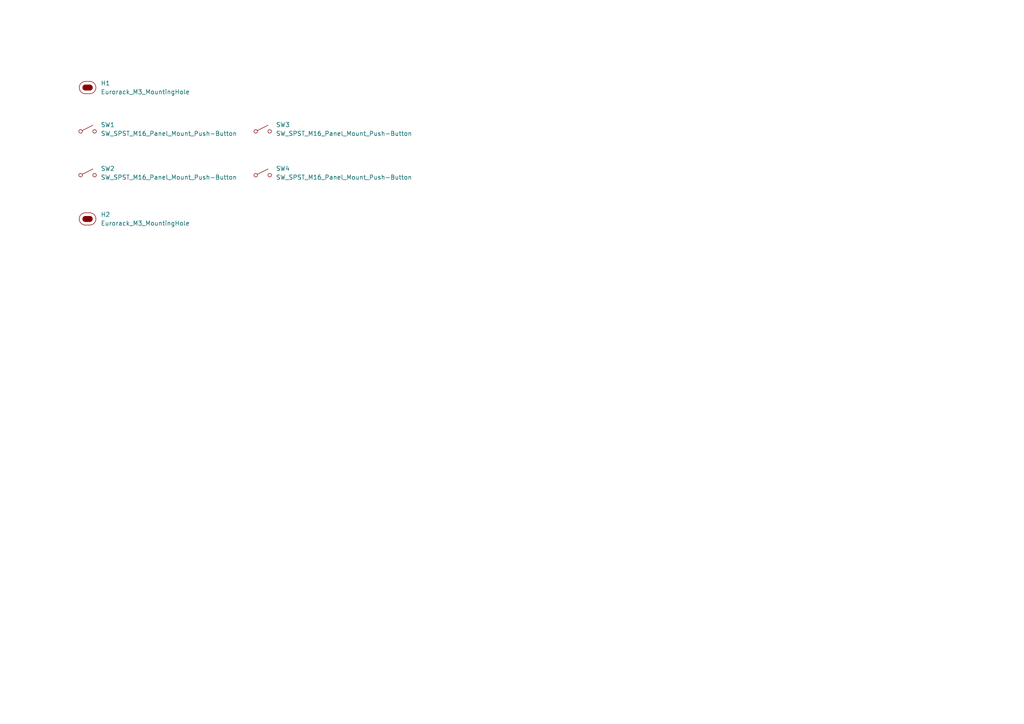
<source format=kicad_sch>
(kicad_sch (version 20250114) (generator "eeschema") (generator_version "9.0")
  (paper "A4")
  (lib_symbols
    (symbol "EXC:Eurorack_M3_MountingHole" (pin_names (offset 1.016))
      (property "Reference" "H" (at 0 5.08 0))
      (property "Value" "Eurorack_M3_MountingHole" (at 0 3.175 0))
      (symbol "Eurorack_M3_MountingHole_0_1"
        (polyline (pts (xy -0.635 0.762) (xy 0.635 0.762)))
        (circle (center -0.635 0) (radius 0.762) (fill (type outline)))
        (arc (start -0.635 -0.762) (mid -1.397 0) (end -0.635 0.762))
        (arc (start -0.635 -1.778) (mid -2.413 0) (end -0.635 1.778))
        (polyline (pts (xy -0.635 -0.762) (xy 0.635 -0.762)))
        (polyline (pts (xy -0.635 -1.778) (xy 0.635 -1.778)))
        (circle (center 0 0) (radius 0.762) (fill (type outline)))
        (polyline (pts (xy 0.635 1.778) (xy -0.635 1.778)))
        (arc (start 0.6141 1.778) (mid 2.4131 0) (end 0.6141 -1.778))
        (arc (start 0.6227 0.762) (mid 1.3971 0) (end 0.6227 -0.762))
        (circle (center 0.635 0) (radius 0.762) (fill (type outline)))
      )
    )
    (symbol "EXC:SW_SPST-M16_Panel_Mount_Push-Button" (pin_names (offset 0) (hide yes))
      (property "Reference" "SW" (at 0 3.175 0))
      (property "Value" "SW_SPST_M16_Panel_Mount_Push-Button" (at 0 -2.032 0))
      (symbol "SW_SPST-M16_Panel_Mount_Push-Button_0_0"
        (circle (center -2.032 0) (radius 0.508))
        (polyline (pts (xy -1.524 0.254) (xy 1.524 1.778)))
        (circle (center 2.032 0) (radius 0.508))
      )
    )
  )
  (symbol (lib_id "EXC:Eurorack_M3_MountingHole") (at 25.4 25.4 0) (unit 1)
    (property "Reference" "H1" (at 29.21 24.1299 0) (effects (justify left)))
    (property "Value" "Eurorack_M3_MountingHole" (at 29.21 26.6699 0) (effects (justify left)))
    (property "Footprint" "EXC:MountingHole_3.2mm_M3" (effects (hide yes)))
    (property "Description" "Mounting Hole without connection" (effects (hide yes)))
  )
  (symbol (lib_id "EXC:SW_SPST-M16_Panel_Mount_Push-Button") (at 76.2 38.1 0) (unit 1)
    (property "Reference" "SW3" (at 80.01 36.1949 0) (effects (justify left)))
    (property "Value" "SW_SPST_M16_Panel_Mount_Push-Button" (at 80.01 38.7349 0) (effects (justify left)))
    (property "Footprint" "EXC:SW_SPST_M16_Panel_Mount_Push-Button" (effects (hide yes)))
    (property "Datasheet" "https://ae01.alicdn.com/kf/Hb7108e41e3624ebcb499960f1397143a2.jpg" (effects (hide yes)))
    (property "Description" "Single Pole Single-Throw (SPST) M16 panel-mount Push-Button switch" (effects (hide yes)))
    (property "Source" "https://www.aliexpress.com/item/4000830670631.html" (effects (hide yes)))
  )
  (symbol (lib_id "EXC:Eurorack_M3_MountingHole") (at 25.4 63.5 0) (unit 1)
    (property "Reference" "H2" (at 29.21 62.2299 0) (effects (justify left)))
    (property "Value" "Eurorack_M3_MountingHole" (at 29.21 64.7699 0) (effects (justify left)))
    (property "Footprint" "EXC:MountingHole_3.2mm_M3" (effects (hide yes)))
    (property "Description" "Mounting Hole without connection" (effects (hide yes)))
  )
  (symbol (lib_id "EXC:SW_SPST-M16_Panel_Mount_Push-Button") (at 25.4 50.8 0) (unit 1)
    (property "Reference" "SW2" (at 29.21 48.8949 0) (effects (justify left)))
    (property "Value" "SW_SPST_M16_Panel_Mount_Push-Button" (at 29.21 51.4349 0) (effects (justify left)))
    (property "Footprint" "EXC:SW_SPST_M16_Panel_Mount_Push-Button" (effects (hide yes)))
    (property "Datasheet" "https://ae01.alicdn.com/kf/Hb7108e41e3624ebcb499960f1397143a2.jpg" (effects (hide yes)))
    (property "Description" "Single Pole Single-Throw (SPST) M16 panel-mount Push-Button switch" (effects (hide yes)))
    (property "Source" "https://www.aliexpress.com/item/4000830670631.html" (effects (hide yes)))
  )
  (symbol (lib_id "EXC:SW_SPST-M16_Panel_Mount_Push-Button") (at 76.2 50.8 0) (unit 1)
    (property "Reference" "SW4" (at 80.01 48.8949 0) (effects (justify left)))
    (property "Value" "SW_SPST_M16_Panel_Mount_Push-Button" (at 80.01 51.4349 0) (effects (justify left)))
    (property "Footprint" "EXC:SW_SPST_M16_Panel_Mount_Push-Button" (effects (hide yes)))
    (property "Datasheet" "https://ae01.alicdn.com/kf/Hb7108e41e3624ebcb499960f1397143a2.jpg" (effects (hide yes)))
    (property "Description" "Single Pole Single-Throw (SPST) M16 panel-mount Push-Button switch" (effects (hide yes)))
    (property "Source" "https://www.aliexpress.com/item/4000830670631.html" (effects (hide yes)))
  )
  (symbol (lib_id "EXC:SW_SPST-M16_Panel_Mount_Push-Button") (at 25.4 38.1 0) (unit 1)
    (property "Reference" "SW1" (at 29.21 36.1949 0) (effects (justify left)))
    (property "Value" "SW_SPST_M16_Panel_Mount_Push-Button" (at 29.21 38.7349 0) (effects (justify left)))
    (property "Footprint" "EXC:SW_SPST_M16_Panel_Mount_Push-Button" (effects (hide yes)))
    (property "Datasheet" "https://ae01.alicdn.com/kf/Hb7108e41e3624ebcb499960f1397143a2.jpg" (effects (hide yes)))
    (property "Description" "Single Pole Single-Throw (SPST) M16 panel-mount Push-Button switch" (effects (hide yes)))
    (property "Source" "https://www.aliexpress.com/item/4000830670631.html" (effects (hide yes)))
  )
)
</source>
